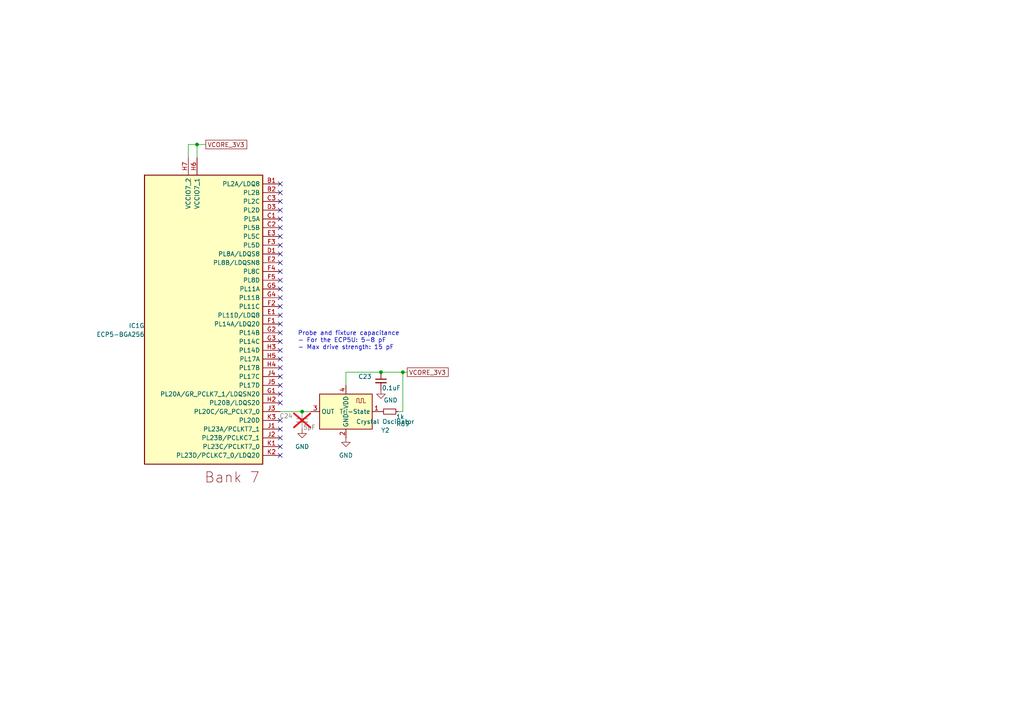
<source format=kicad_sch>
(kicad_sch (version 20250114) (generator "eeschema") (generator_version "9.0")
  (paper "A4")
  (lib_symbols
    (symbol "Device:C_Small" (pin_numbers (hide yes)) (pin_names (offset 0.254) (hide yes))
      (property "Reference" "C" (at 0.254 1.778 0))
      (property "Value" "C_Small" (at 0.254 -2.032 0))
      (symbol "C_Small_0_1"
        (polyline (pts (xy -1.524 0.508) (xy 1.524 0.508)) (stroke (width 0.3048)))
        (polyline (pts (xy -1.524 -0.508) (xy 1.524 -0.508)) (stroke (width 0.3302)))
      )
      (symbol "C_Small_1_1"
        (pin passive line (at 0 2.54 270) (length 2.032) (name "~") (number "1"))
        (pin passive line (at 0 -2.54 90) (length 2.032) (name "~") (number "2"))
      )
    )
    (symbol "Device:R_Small" (pin_numbers (hide yes)) (pin_names (offset 0.254) (hide yes))
      (property "Reference" "R" (at 0 0 90))
      (property "Value" "R_Small" (at 1.778 0 90))
      (symbol "R_Small_0_1"
        (rectangle (start -0.762 1.778) (end 0.762 -1.778) (stroke (width 0.2032)))
      )
      (symbol "R_Small_1_1"
        (pin passive line (at 0 2.54 270) (length 0.762) (name "~") (number "1"))
        (pin passive line (at 0 -2.54 90) (length 0.762) (name "~") (number "2"))
      )
    )
    (symbol "Oscillator:ASCO"
      (property "Reference" "Y" (at -7.62 6.35 0))
      (property "Value" "ASCO" (at 1.27 -6.35 0))
      (symbol "ASCO_0_1"
        (rectangle (start -7.62 5.08) (end 7.62 -5.08) (stroke (width 0.254)) (fill (type background)))
        (polyline (pts (xy -5.715 2.54) (xy -5.08 2.54) (xy -5.08 3.81) (xy -4.445 3.81) (xy -4.445 2.54) (xy -3.81 2.54) (xy -3.81 3.81) (xy -3.175 3.81) (xy -3.175 2.54)))
      )
      (symbol "ASCO_1_1"
        (pin input line (at -10.16 0 0) (length 2.54) (name "Tri-State") (number "1"))
        (pin power_in line (at 0 7.62 270) (length 2.54) (name "VDD") (number "4"))
        (pin power_in line (at 0 -7.62 90) (length 2.54) (name "GND") (number "2"))
        (pin output line (at 10.16 0 180) (length 2.54) (name "OUT") (number "3"))
      )
    )
    (symbol "iw-fpga_mcu:ECP5-BGA256" (pin_names (offset 0.762))
      (property "Reference" "IC" (at 1.27 45.72 0))
      (property "Value" "ECP5-BGA256" (at 1.27 43.18 0))
      (symbol "ECP5-BGA256_1_0"
        (rectangle (start -13.97 35.56) (end 13.97 -35.56) (stroke (width 0.3048)) (fill (type background)))
      )
      (symbol "ECP5-BGA256_1_1"
        (text "FPGA Supplies" (at 0 -39.37 0) (effects (font (size 2.9972 2.9972))))
        (pin power_in line (at -19.05 33.02 0) (length 5.08) (name "VCC_1") (number "G6"))
        (pin power_in line (at -19.05 30.48 0) (length 5.08) (name "VCC_2") (number "G7"))
        (pin power_in line (at -19.05 27.94 0) (length 5.08) (name "VCC_3") (number "G9"))
        (pin power_in line (at -19.05 25.4 0) (length 5.08) (name "VCC_4") (number "L8"))
        (pin power_in line (at -19.05 22.86 0) (length 5.08) (name "VCC_5") (number "L9"))
        (pin power_in line (at -19.05 20.32 0) (length 5.08) (name "VCC_6") (number "L10"))
        (pin power_in line (at -19.05 -30.48 0) (length 5.08) (name "VCCAUX_1") (number "G11"))
        (pin power_in line (at -19.05 -33.02 0) (length 5.08) (name "VCCAUX_2") (number "L7"))
        (pin power_in line (at 19.05 33.02 180) (length 5.08) (name "GND_1") (number "A1"))
        (pin power_in line (at 19.05 30.48 180) (length 5.08) (name "GND_2") (number "A16"))
        (pin power_in line (at 19.05 27.94 180) (length 5.08) (name "GND_3") (number "D2"))
        (pin power_in line (at 19.05 25.4 180) (length 5.08) (name "GND_4") (number "D15"))
        (pin power_in line (at 19.05 22.86 180) (length 5.08) (name "GND_5") (number "F8"))
        (pin power_in line (at 19.05 20.32 180) (length 5.08) (name "GND_6") (number "F9"))
        (pin power_in line (at 19.05 17.78 180) (length 5.08) (name "GND_7") (number "G8"))
        (pin power_in line (at 19.05 15.24 180) (length 5.08) (name "GND_8") (number "G10"))
        (pin power_in line (at 19.05 12.7 180) (length 5.08) (name "GND_9") (number "H1"))
        (pin power_in line (at 19.05 10.16 180) (length 5.08) (name "GND_10") (number "H8"))
        (pin power_in line (at 19.05 7.62 180) (length 5.08) (name "GND_11") (number "H9"))
        (pin power_in line (at 19.05 5.08 180) (length 5.08) (name "GND_12") (number "H10"))
        (pin power_in line (at 19.05 2.54 180) (length 5.08) (name "GND_13") (number "H16"))
        (pin power_in line (at 19.05 0 180) (length 5.08) (name "GND_14") (number "J8"))
        (pin power_in line (at 19.05 -2.54 180) (length 5.08) (name "GND_15") (number "J9"))
        (pin power_in line (at 19.05 -5.08 180) (length 5.08) (name "GND_16") (number "J10"))
        (pin power_in line (at 19.05 -7.62 180) (length 5.08) (name "GND_17") (number "K6"))
        (pin power_in line (at 19.05 -10.16 180) (length 5.08) (name "GND_18") (number "K7"))
        (pin power_in line (at 19.05 -12.7 180) (length 5.08) (name "GND_19") (number "K8"))
        (pin power_in line (at 19.05 -15.24 180) (length 5.08) (name "GND_20") (number "K9"))
        (pin power_in line (at 19.05 -17.78 180) (length 5.08) (name "GND_21") (number "K10"))
        (pin power_in line (at 19.05 -20.32 180) (length 5.08) (name "GND_22") (number "N2"))
        (pin power_in line (at 19.05 -22.86 180) (length 5.08) (name "GND_23") (number "N15"))
        (pin power_in line (at 19.05 -25.4 180) (length 5.08) (name "GND_24") (number "T1"))
        (pin power_in line (at 19.05 -27.94 180) (length 5.08) (name "GND_25") (number "T5"))
        (pin power_in line (at 19.05 -30.48 180) (length 5.08) (name "GND_26") (number "T12"))
        (pin power_in line (at 19.05 -33.02 180) (length 5.08) (name "GND_27") (number "T16"))
      )
      (symbol "ECP5-BGA256_2_1"
        (rectangle (start -19.05 31.75) (end 8.89 -31.75) (stroke (width 0.3048)) (fill (type background)))
        (text "Bank 0" (at 0 -35.56 0) (effects (font (size 2.9972 2.9972))))
        (pin power_in line (at -13.97 36.83 270) (length 5.08) (name "VCCIO0_2") (number "F7"))
        (pin power_in line (at -11.43 36.83 270) (length 5.08) (name "VCCIO0_1") (number "F6"))
        (pin bidirectional line (at 13.97 29.21 180) (length 5.08) (name "PT4A") (number "A2"))
        (pin bidirectional line (at 13.97 26.67 180) (length 5.08) (name "PT4B") (number "B3"))
        (pin bidirectional line (at 13.97 24.13 180) (length 5.08) (name "PT6A") (number "A3"))
        (pin bidirectional line (at 13.97 21.59 180) (length 5.08) (name "PT6B") (number "A4"))
        (pin bidirectional line (at 13.97 19.05 180) (length 5.08) (name "PT9A") (number "E4"))
        (pin bidirectional line (at 13.97 16.51 180) (length 5.08) (name "PT9B") (number "D4"))
        (pin bidirectional line (at 13.97 13.97 180) (length 5.08) (name "PT11A") (number "C4"))
        (pin bidirectional line (at 13.97 11.43 180) (length 5.08) (name "PT11B") (number "B4"))
        (pin bidirectional line (at 13.97 8.89 180) (length 5.08) (name "PT13A") (number "E5"))
        (pin bidirectional line (at 13.97 6.35 180) (length 5.08) (name "PT13B") (number "D5"))
        (pin bidirectional line (at 13.97 3.81 180) (length 5.08) (name "PT15A") (number "C5"))
        (pin bidirectional line (at 13.97 1.27 180) (length 5.08) (name "PT15B") (number "B5"))
        (pin bidirectional line (at 13.97 -1.27 180) (length 5.08) (name "PT18A") (number "A5"))
        (pin bidirectional line (at 13.97 -3.81 180) (length 5.08) (name "PT18B") (number "A6"))
        (pin bidirectional line (at 13.97 -6.35 180) (length 5.08) (name "PT20A") (number "E6"))
        (pin bidirectional line (at 13.97 -8.89 180) (length 5.08) (name "PT20B") (number "D6"))
        (pin bidirectional line (at 13.97 -11.43 180) (length 5.08) (name "PT22A") (number "C6"))
        (pin bidirectional line (at 13.97 -13.97 180) (length 5.08) (name "PT22B") (number "B6"))
        (pin bidirectional line (at 13.97 -16.51 180) (length 5.08) (name "PT24A/GR_PCLK0_1") (number "E7"))
        (pin bidirectional line (at 13.97 -19.05 180) (length 5.08) (name "PT24B/GR_PCLK0_0") (number "D7"))
        (pin bidirectional line (at 13.97 -21.59 180) (length 5.08) (name "PT27A/PCLKT0_1") (number "C7"))
        (pin bidirectional line (at 13.97 -24.13 180) (length 5.08) (name "PT27B/PCLKC0_1") (number "B7"))
        (pin bidirectional line (at 13.97 -26.67 180) (length 5.08) (name "PT29A/PCLKT0_0") (number "A7"))
        (pin bidirectional line (at 13.97 -29.21 180) (length 5.08) (name "PT29B/PCLKC0_0") (number "A8"))
      )
      (symbol "ECP5-BGA256_3_0"
        (rectangle (start -17.78 41.91) (end 8.89 -41.91) (stroke (width 0.3048)) (fill (type background)))
      )
      (symbol "ECP5-BGA256_3_1"
        (text "Bank 1" (at 0 -45.72 0) (effects (font (size 2.9972 2.9972))))
        (pin power_in line (at -13.97 46.99 270) (length 5.08) (name "VCCIO1_2") (number "F11"))
        (pin power_in line (at -11.43 46.99 270) (length 5.08) (name "VCCIO1_1") (number "F10"))
        (pin bidirectional line (at 13.97 39.37 180) (length 5.08) (name "PT33A/PCLKT1_1") (number "E8"))
        (pin bidirectional line (at 13.97 36.83 180) (length 5.08) (name "PT33B/PCLKC1_1") (number "D8"))
        (pin bidirectional line (at 13.97 34.29 180) (length 5.08) (name "PT35A/PCLKT1_0") (number "C8"))
        (pin bidirectional line (at 13.97 31.75 180) (length 5.08) (name "PT35B/PCLKC1_0") (number "B8"))
        (pin bidirectional line (at 13.97 29.21 180) (length 5.08) (name "PT38A/GR_PCLK1_0") (number "B9"))
        (pin bidirectional line (at 13.97 26.67 180) (length 5.08) (name "PT38B/GR_PCLK1_1") (number "C9"))
        (pin bidirectional line (at 13.97 24.13 180) (length 5.08) (name "PT40A") (number "D9"))
        (pin bidirectional line (at 13.97 21.59 180) (length 5.08) (name "PT40B") (number "E9"))
        (pin bidirectional line (at 13.97 19.05 180) (length 5.08) (name "PT42A") (number "A9"))
        (pin bidirectional line (at 13.97 16.51 180) (length 5.08) (name "PT42B") (number "A10"))
        (pin bidirectional line (at 13.97 13.97 180) (length 5.08) (name "PT44A") (number "B10"))
        (pin bidirectional line (at 13.97 11.43 180) (length 5.08) (name "PT44B") (number "C10"))
        (pin bidirectional line (at 13.97 8.89 180) (length 5.08) (name "PT47A") (number "D10"))
        (pin bidirectional line (at 13.97 6.35 180) (length 5.08) (name "PT47B") (number "E10"))
        (pin bidirectional line (at 13.97 3.81 180) (length 5.08) (name "PT49A") (number "B11"))
        (pin bidirectional line (at 13.97 1.27 180) (length 5.08) (name "PT49B") (number "C11"))
        (pin bidirectional line (at 13.97 -1.27 180) (length 5.08) (name "PT51A") (number "D11"))
        (pin bidirectional line (at 13.97 -3.81 180) (length 5.08) (name "PT51B") (number "E11"))
        (pin bidirectional line (at 13.97 -6.35 180) (length 5.08) (name "PT53A") (number "A11"))
        (pin bidirectional line (at 13.97 -8.89 180) (length 5.08) (name "PT53B") (number "A12"))
        (pin bidirectional line (at 13.97 -11.43 180) (length 5.08) (name "PT56A") (number "B12"))
        (pin bidirectional line (at 13.97 -13.97 180) (length 5.08) (name "PT56B") (number "C12"))
        (pin bidirectional line (at 13.97 -16.51 180) (length 5.08) (name "PT58A") (number "D12"))
        (pin bidirectional line (at 13.97 -19.05 180) (length 5.08) (name "PT58B") (number "E12"))
        (pin bidirectional line (at 13.97 -21.59 180) (length 5.08) (name "PT60A") (number "B13"))
        (pin bidirectional line (at 13.97 -24.13 180) (length 5.08) (name "PT60B") (number "C13"))
        (pin bidirectional line (at 13.97 -26.67 180) (length 5.08) (name "PT62A") (number "D13"))
        (pin bidirectional line (at 13.97 -29.21 180) (length 5.08) (name "PT62B") (number "E13"))
        (pin bidirectional line (at 13.97 -31.75 180) (length 5.08) (name "PT65A") (number "A13"))
        (pin bidirectional line (at 13.97 -34.29 180) (length 5.08) (name "PT65B") (number "A14"))
        (pin bidirectional line (at 13.97 -36.83 180) (length 5.08) (name "PT67A") (number "B14"))
        (pin bidirectional line (at 13.97 -39.37 180) (length 5.08) (name "PT67B") (number "A15"))
      )
      (symbol "ECP5-BGA256_4_1"
        (rectangle (start -17.78 41.91) (end 8.89 -41.91) (stroke (width 0.3048)) (fill (type background)))
        (text "Bank 2" (at 0 -45.72 0) (effects (font (size 2.9972 2.9972))))
        (pin power_in line (at -11.43 46.99 270) (length 5.08) (name "VCCIO2_1") (number "H11"))
        (pin power_in line (at -8.89 46.99 270) (length 5.08) (name "VCCIO2_2") (number "J11"))
        (pin bidirectional line (at 13.97 39.37 180) (length 5.08) (name "PR2A/RDQ8") (number "B16"))
        (pin bidirectional line (at 13.97 36.83 180) (length 5.08) (name "PR2B/S0_IN") (number "B15"))
        (pin bidirectional line (at 13.97 34.29 180) (length 5.08) (name "PR2C") (number "C14"))
        (pin bidirectional line (at 13.97 31.75 180) (length 5.08) (name "PR2D") (number "D14"))
        (pin bidirectional line (at 13.97 29.21 180) (length 5.08) (name "PR5A") (number "C16"))
        (pin bidirectional line (at 13.97 26.67 180) (length 5.08) (name "PR5B") (number "C15"))
        (pin bidirectional line (at 13.97 24.13 180) (length 5.08) (name "PR5C") (number "E14"))
        (pin bidirectional line (at 13.97 21.59 180) (length 5.08) (name "PR5D") (number "F14"))
        (pin bidirectional line (at 13.97 19.05 180) (length 5.08) (name "PR8A/RDQS8") (number "D16"))
        (pin bidirectional line (at 13.97 16.51 180) (length 5.08) (name "PR8B/RDQSN8") (number "E15"))
        (pin bidirectional line (at 13.97 13.97 180) (length 5.08) (name "PR8C") (number "F13"))
        (pin bidirectional line (at 13.97 11.43 180) (length 5.08) (name "PR8D") (number "F12"))
        (pin bidirectional line (at 13.97 8.89 180) (length 5.08) (name "PR11A") (number "G12"))
        (pin bidirectional line (at 13.97 6.35 180) (length 5.08) (name "PR11B") (number "G13"))
        (pin bidirectional line (at 13.97 3.81 180) (length 5.08) (name "PR11C") (number "F15"))
        (pin bidirectional line (at 13.97 1.27 180) (length 5.08) (name "PR11D/RDQ8") (number "E16"))
        (pin bidirectional line (at 13.97 -1.27 180) (length 5.08) (name "PR14A/RDQ20") (number "F16"))
        (pin bidirectional line (at 13.97 -3.81 180) (length 5.08) (name "PR14B") (number "G15"))
        (pin bidirectional line (at 13.97 -6.35 180) (length 5.08) (name "PR14C/VREF1_2") (number "G14"))
        (pin bidirectional line (at 13.97 -8.89 180) (length 5.08) (name "PR14D") (number "H14"))
        (pin bidirectional line (at 13.97 -11.43 180) (length 5.08) (name "PR17A") (number "H12"))
        (pin bidirectional line (at 13.97 -13.97 180) (length 5.08) (name "PR17B") (number "H13"))
        (pin bidirectional line (at 13.97 -16.51 180) (length 5.08) (name "PR17C") (number "J13"))
        (pin bidirectional line (at 13.97 -19.05 180) (length 5.08) (name "PR17D") (number "J12"))
        (pin bidirectional line (at 13.97 -21.59 180) (length 5.08) (name "PR20A/RDQS20") (number "G16"))
        (pin bidirectional line (at 13.97 -24.13 180) (length 5.08) (name "PR20B/RDQSN20") (number "H15"))
        (pin bidirectional line (at 13.97 -26.67 180) (length 5.08) (name "PR20C/GR_PCLK2_1") (number "J14"))
        (pin bidirectional line (at 13.97 -29.21 180) (length 5.08) (name "PR20D/GR_PCLK2_0") (number "K14"))
        (pin bidirectional line (at 13.97 -31.75 180) (length 5.08) (name "PR23A/PCLKT2_1") (number "J16"))
        (pin bidirectional line (at 13.97 -34.29 180) (length 5.08) (name "PR23B/PCLKC2_1") (number "J15"))
        (pin bidirectional line (at 13.97 -36.83 180) (length 5.08) (name "PR23C/PCLKT2_0") (number "K16"))
        (pin bidirectional line (at 13.97 -39.37 180) (length 5.08) (name "PR23D/PCLKC2_0/RDQ20") (number "K15"))
      )
      (symbol "ECP5-BGA256_5_0"
        (rectangle (start -26.67 41.91) (end 8.89 -41.91) (stroke (width 0.3048)) (fill (type background)))
      )
      (symbol "ECP5-BGA256_5_1"
        (text "Bank 3" (at 0 -45.72 0) (effects (font (size 2.9972 2.9972))))
        (pin power_in line (at -22.86 46.99 270) (length 5.08) (name "VCCIO3_1") (number "K11"))
        (pin power_in line (at -20.32 46.99 270) (length 5.08) (name "VCCIO3_2") (number "L11"))
        (pin bidirectional line (at 13.97 39.37 180) (length 5.08) (name "PR26A/PCLKT3_1/RDQ32") (number "L16"))
        (pin bidirectional line (at 13.97 36.83 180) (length 5.08) (name "PR26B/PCLKC3_1") (number "L15"))
        (pin bidirectional line (at 13.97 34.29 180) (length 5.08) (name "PR26C/PCLKT3_0") (number "M16"))
        (pin bidirectional line (at 13.97 31.75 180) (length 5.08) (name "PR26D/PCLKC3_0") (number "M15"))
        (pin bidirectional line (at 13.97 29.21 180) (length 5.08) (name "PR29A/GR_PCLK3_0") (number "K13"))
        (pin bidirectional line (at 13.97 26.67 180) (length 5.08) (name "PR29B") (number "K12"))
        (pin bidirectional line (at 13.97 24.13 180) (length 5.08) (name "PR29C/GR_PCLK3_1") (number "L13"))
        (pin bidirectional line (at 13.97 21.59 180) (length 5.08) (name "PR29D") (number "L12"))
        (pin bidirectional line (at 13.97 19.05 180) (length 5.08) (name "PR32A/RDQS32") (number "N16"))
        (pin bidirectional line (at 13.97 16.51 180) (length 5.08) (name "PR32B/RDQSN32") (number "P15"))
        (pin bidirectional line (at 13.97 13.97 180) (length 5.08) (name "PR32C") (number "L14"))
        (pin bidirectional line (at 13.97 11.43 180) (length 5.08) (name "PR32D") (number "M14"))
        (pin bidirectional line (at 13.97 8.89 180) (length 5.08) (name "PR35A") (number "P16"))
        (pin bidirectional line (at 13.97 6.35 180) (length 5.08) (name "PR35B/VREF1_3") (number "R16"))
        (pin bidirectional line (at 13.97 3.81 180) (length 5.08) (name "PR35C") (number "M13"))
        (pin bidirectional line (at 13.97 1.27 180) (length 5.08) (name "PR35D/RDQ32") (number "N14"))
        (pin bidirectional line (at 13.97 -1.27 180) (length 5.08) (name "PR38A/RDQ44") (number "N13"))
        (pin bidirectional line (at 13.97 -3.81 180) (length 5.08) (name "PR38B") (number "P14"))
        (pin bidirectional line (at 13.97 -6.35 180) (length 5.08) (name "PR38C") (number "R15"))
        (pin bidirectional line (at 13.97 -8.89 180) (length 5.08) (name "PR38D") (number "T15"))
        (pin bidirectional line (at 13.97 -11.43 180) (length 5.08) (name "PR41A") (number "P13"))
        (pin bidirectional line (at 13.97 -13.97 180) (length 5.08) (name "PR41B") (number "R14"))
        (pin bidirectional line (at 13.97 -16.51 180) (length 5.08) (name "PR41C") (number "R13"))
        (pin bidirectional line (at 13.97 -19.05 180) (length 5.08) (name "PR41D") (number "T14"))
        (pin bidirectional line (at 13.97 -21.59 180) (length 5.08) (name "PR44A/RDQS44") (number "R12"))
        (pin bidirectional line (at 13.97 -24.13 180) (length 5.08) (name "PR44B/RDQSN44") (number "T13"))
        (pin bidirectional line (at 13.97 -26.67 180) (length 5.08) (name "PR44C") (number "M12"))
        (pin bidirectional line (at 13.97 -29.21 180) (length 5.08) (name "PR44D") (number "N12"))
        (pin bidirectional line (at 13.97 -31.75 180) (length 5.08) (name "PR47A") (number "M11"))
        (pin bidirectional line (at 13.97 -34.29 180) (length 5.08) (name "PR47B") (number "N11"))
        (pin bidirectional line (at 13.97 -36.83 180) (length 5.08) (name "PR47C/LRC_GPLL0T_IN") (number "P11"))
        (pin bidirectional line (at 13.97 -39.37 180) (length 5.08) (name "PR47D/LRC_GPLL0C_IN/RDQ44") (number "P12"))
      )
      (symbol "ECP5-BGA256_6_1"
        (rectangle (start -20.32 41.91) (end 8.89 -41.91) (stroke (width 0.3048)) (fill (type background)))
        (text "Bank 6" (at 0 -45.72 0) (effects (font (size 2.9972 2.9972))))
        (pin power_in line (at -13.97 46.99 270) (length 5.08) (name "VCCIO6_1") (number "J6"))
        (pin power_in line (at -11.43 46.99 270) (length 5.08) (name "VCCIO6_2") (number "J7"))
        (pin bidirectional line (at 13.97 39.37 180) (length 5.08) (name "PL26A/LDQ32/PCLKT6_1") (number "L1"))
        (pin bidirectional line (at 13.97 36.83 180) (length 5.08) (name "PL26B/PCLKC6_1") (number "L2"))
        (pin bidirectional line (at 13.97 34.29 180) (length 5.08) (name "PL26C/PCLKT6_0") (number "M1"))
        (pin bidirectional line (at 13.97 31.75 180) (length 5.08) (name "PL26D/PCLKC6_0") (number "M2"))
        (pin bidirectional line (at 13.97 29.21 180) (length 5.08) (name "PL29A/GR_PCLK6_0") (number "K4"))
        (pin bidirectional line (at 13.97 26.67 180) (length 5.08) (name "PL29B") (number "K5"))
        (pin bidirectional line (at 13.97 24.13 180) (length 5.08) (name "PL29C/PL29C") (number "L4"))
        (pin bidirectional line (at 13.97 21.59 180) (length 5.08) (name "PL29D") (number "L5"))
        (pin bidirectional line (at 13.97 19.05 180) (length 5.08) (name "PL32A/LDQS32") (number "N1"))
        (pin bidirectional line (at 13.97 16.51 180) (length 5.08) (name "PL32B/LDQSN32") (number "P2"))
        (pin bidirectional line (at 13.97 13.97 180) (length 5.08) (name "PL32C") (number "L3"))
        (pin bidirectional line (at 13.97 11.43 180) (length 5.08) (name "PL32D") (number "M3"))
        (pin bidirectional line (at 13.97 8.89 180) (length 5.08) (name "PL35A") (number "P1"))
        (pin bidirectional line (at 13.97 6.35 180) (length 5.08) (name "PL35B/VREF1_6") (number "R1"))
        (pin bidirectional line (at 13.97 3.81 180) (length 5.08) (name "PL35C") (number "M4"))
        (pin bidirectional line (at 13.97 1.27 180) (length 5.08) (name "PL35D") (number "N3"))
        (pin bidirectional line (at 13.97 -1.27 180) (length 5.08) (name "PL38A/LDQ44") (number "N4"))
        (pin bidirectional line (at 13.97 -3.81 180) (length 5.08) (name "PL38B") (number "P3"))
        (pin bidirectional line (at 13.97 -6.35 180) (length 5.08) (name "PL38C") (number "R2"))
        (pin bidirectional line (at 13.97 -8.89 180) (length 5.08) (name "PL38D") (number "T2"))
        (pin bidirectional line (at 13.97 -11.43 180) (length 5.08) (name "PL44A/LDQS44") (number "R5"))
        (pin bidirectional line (at 13.97 -13.97 180) (length 5.08) (name "PL44B/LDQSN44") (number "T4"))
        (pin bidirectional line (at 13.97 -16.51 180) (length 5.08) (name "PL44C") (number "M5"))
        (pin bidirectional line (at 13.97 -19.05 180) (length 5.08) (name "PL44D") (number "N5"))
        (pin bidirectional line (at 13.97 -21.59 180) (length 5.08) (name "PL41A") (number "P4"))
        (pin bidirectional line (at 13.97 -24.13 180) (length 5.08) (name "PL41B") (number "R3"))
        (pin bidirectional line (at 13.97 -26.67 180) (length 5.08) (name "PL41C") (number "R4"))
        (pin bidirectional line (at 13.97 -29.21 180) (length 5.08) (name "PL41D") (number "T3"))
        (pin bidirectional line (at 13.97 -31.75 180) (length 5.08) (name "PL47A") (number "M6"))
        (pin bidirectional line (at 13.97 -34.29 180) (length 5.08) (name "PL47B") (number "N6"))
        (pin bidirectional line (at 13.97 -36.83 180) (length 5.08) (name "PL47D/LLC_GPLL0C_IN") (number "P5"))
        (pin bidirectional line (at 13.97 -39.37 180) (length 5.08) (name "PL47C/LLC_GPLL0T_IN") (number "P6"))
      )
      (symbol "ECP5-BGA256_7_1"
        (rectangle (start -25.4 41.91) (end 8.89 -41.91) (stroke (width 0.3048)) (fill (type background)))
        (text "Bank 7" (at 0 -45.72 0) (effects (font (size 2.9972 2.9972))))
        (pin power_in line (at -12.7 46.99 270) (length 5.08) (name "VCCIO7_2") (number "H7"))
        (pin power_in line (at -10.16 46.99 270) (length 5.08) (name "VCCIO7_1") (number "H6"))
        (pin bidirectional line (at 13.97 39.37 180) (length 5.08) (name "PL2A/LDQ8") (number "B1"))
        (pin bidirectional line (at 13.97 36.83 180) (length 5.08) (name "PL2B") (number "B2"))
        (pin bidirectional line (at 13.97 34.29 180) (length 5.08) (name "PL2C") (number "C3"))
        (pin bidirectional line (at 13.97 31.75 180) (length 5.08) (name "PL2D") (number "D3"))
        (pin bidirectional line (at 13.97 29.21 180) (length 5.08) (name "PL5A") (number "C1"))
        (pin bidirectional line (at 13.97 26.67 180) (length 5.08) (name "PL5B") (number "C2"))
        (pin bidirectional line (at 13.97 24.13 180) (length 5.08) (name "PL5C") (number "E3"))
        (pin bidirectional line (at 13.97 21.59 180) (length 5.08) (name "PL5D") (number "F3"))
        (pin bidirectional line (at 13.97 19.05 180) (length 5.08) (name "PL8A/LDQS8") (number "D1"))
        (pin bidirectional line (at 13.97 16.51 180) (length 5.08) (name "PL8B/LDQSN8") (number "E2"))
        (pin bidirectional line (at 13.97 13.97 180) (length 5.08) (name "PL8C") (number "F4"))
        (pin bidirectional line (at 13.97 11.43 180) (length 5.08) (name "PL8D") (number "F5"))
        (pin bidirectional line (at 13.97 8.89 180) (length 5.08) (name "PL11A") (number "G5"))
        (pin bidirectional line (at 13.97 6.35 180) (length 5.08) (name "PL11B") (number "G4"))
        (pin bidirectional line (at 13.97 3.81 180) (length 5.08) (name "PL11C") (number "F2"))
        (pin bidirectional line (at 13.97 1.27 180) (length 5.08) (name "PL11D/LDQ8") (number "E1"))
        (pin bidirectional line (at 13.97 -1.27 180) (length 5.08) (name "PL14A/LDQ20") (number "F1"))
        (pin bidirectional line (at 13.97 -3.81 180) (length 5.08) (name "PL14B") (number "G2"))
        (pin bidirectional line (at 13.97 -6.35 180) (length 5.08) (name "PL14C") (number "G3"))
        (pin bidirectional line (at 13.97 -8.89 180) (length 5.08) (name "PL14D") (number "H3"))
        (pin bidirectional line (at 13.97 -11.43 180) (length 5.08) (name "PL17A") (number "H5"))
        (pin bidirectional line (at 13.97 -13.97 180) (length 5.08) (name "PL17B") (number "H4"))
        (pin bidirectional line (at 13.97 -16.51 180) (length 5.08) (name "PL17C") (number "J4"))
        (pin bidirectional line (at 13.97 -19.05 180) (length 5.08) (name "PL17D") (number "J5"))
        (pin bidirectional line (at 13.97 -21.59 180) (length 5.08) (name "PL20A/GR_PCLK7_1/LDQSN20") (number "G1"))
        (pin bidirectional line (at 13.97 -24.13 180) (length 5.08) (name "PL20B/LDQS20") (number "H2"))
        (pin bidirectional line (at 13.97 -26.67 180) (length 5.08) (name "PL20C/GR_PCLK7_0") (number "J3"))
        (pin bidirectional line (at 13.97 -29.21 180) (length 5.08) (name "PL20D") (number "K3"))
        (pin bidirectional line (at 13.97 -31.75 180) (length 5.08) (name "PL23A/PCLKT7_1") (number "J1"))
        (pin bidirectional line (at 13.97 -34.29 180) (length 5.08) (name "PL23B/PCLKC7_1") (number "J2"))
        (pin bidirectional line (at 13.97 -36.83 180) (length 5.08) (name "PL23C/PCLKT7_0") (number "K1"))
        (pin bidirectional line (at 13.97 -39.37 180) (length 5.08) (name "PL23D/PCLKC7_0/LDQ20") (number "K2"))
      )
      (symbol "ECP5-BGA256_8_0"
        (text "Bank 8 (Config)" (at 0 -43.18 0) (effects (font (size 2.9972 2.9972))))
      )
      (symbol "ECP5-BGA256_8_1"
        (rectangle (start -15.24 39.37) (end 15.24 -39.37) (stroke (width 0.3048)) (fill (type background)))
        (pin power_in line (at -10.16 44.45 270) (length 5.08) (name "VCCIO8") (number "L6"))
        (pin bidirectional line (at 20.32 36.83 180) (length 5.08) (name "D7/PB4A") (number "T6"))
        (pin bidirectional line (at 20.32 34.29 180) (length 5.08) (name "D6/PB4B") (number "R6"))
        (pin bidirectional line (at 20.32 31.75 180) (length 5.08) (name "D5/MISO2/IO5/PB6A") (number "R7"))
        (pin bidirectional line (at 20.32 29.21 180) (length 5.08) (name "D4/MOSI2/IO4/PB6B") (number "P7"))
        (pin bidirectional line (at 20.32 26.67 180) (length 5.08) (name "D3/IO3/PB9A") (number "N7"))
        (pin bidirectional line (at 20.32 24.13 180) (length 5.08) (name "D2/IO2/PB9B") (number "M7"))
        (pin bidirectional line (at 20.32 21.59 180) (length 5.08) (name "D1/POCI/IO1/PB11A") (number "T7"))
        (pin bidirectional line (at 20.32 19.05 180) (length 5.08) (name "D0/PICO/IO0/PB11B") (number "T8"))
        (pin bidirectional line (at 20.32 16.51 180) (length 5.08) (name "~{CS}/~{S}/PB13A") (number "R8"))
        (pin bidirectional line (at 20.32 13.97 180) (length 5.08) (name "~{CS1}/PB13B") (number "P8"))
        (pin bidirectional line (at 20.32 11.43 180) (length 5.08) (name "~{HOLD}/DI/BUSY/~{CSSPI}/PB15A") (number "N8"))
        (pin bidirectional line (at 20.32 8.89 180) (length 5.08) (name "DOUT/~{CSO}/PB15B") (number "M8"))
        (pin bidirectional line (at 20.32 6.35 180) (length 5.08) (name "~{WRITE}/PB18A") (number "M9"))
        (pin input line (at 20.32 -1.27 180) (length 5.08) (name "TMS") (number "T11"))
        (pin input line (at 20.32 -3.81 180) (length 5.08) (name "TCK") (number "T10"))
        (pin input line (at 20.32 -6.35 180) (length 5.08) (name "TDI") (number "R11"))
        (pin output line (at 20.32 -8.89 180) (length 5.08) (name "TDO") (number "M10"))
        (pin bidirectional line (at 20.32 -15.24 180) (length 5.08) (name "MCLK/SCK/CCLK") (number "N9"))
        (pin input line (at 20.32 -20.32 180) (length 5.08) (name "CFG0") (number "N10"))
        (pin input line (at 20.32 -22.86 180) (length 5.08) (name "CFG1") (number "P10"))
        (pin input line (at 20.32 -25.4 180) (length 5.08) (name "CFG2") (number "R10"))
        (pin bidirectional line (at 20.32 -31.75 180) (length 5.08) (name "DONE") (number "P9"))
        (pin bidirectional line (at 20.32 -34.29 180) (length 5.08) (name "~{INIT}") (number "T9"))
        (pin bidirectional line (at 20.32 -36.83 180) (length 5.08) (name "~{PROGRAM}") (number "R9"))
      )
    )
    (symbol "power:GND" (power) (pin_numbers (hide yes)) (pin_names (offset 0) (hide yes))
      (property "Value" "GND" (at 0 -3.81 0))
      (symbol "GND_0_1"
        (polyline (pts (xy 0 0) (xy 0 -1.27) (xy 1.27 -1.27) (xy 0 -2.54) (xy -1.27 -1.27) (xy 0 -1.27)))
      )
      (symbol "GND_1_1"
        (pin power_in line (at 0 0 270) (length 0) (name "~") (number "1"))
      )
    )
  )
  (text "Probe and fixture capacitance\n- For the ECP5U: 5-8 pF\n- Max drive strength: 15 pF" (at 86.36 98.806 0) (effects (font (size 1.27 1.27) (thickness 0.1588)) (justify left)))
  (junction (at 116.84 107.95))
  (junction (at 87.63 119.38))
  (junction (at 110.49 107.95))
  (junction (at 57.15 41.91))
  (no_connect (at 81.28 129.54))
  (no_connect (at 81.28 88.9))
  (no_connect (at 81.28 132.08))
  (no_connect (at 81.28 104.14))
  (no_connect (at 81.28 76.2))
  (no_connect (at 81.28 68.58))
  (no_connect (at 81.28 114.3))
  (no_connect (at 81.28 86.36))
  (no_connect (at 81.28 109.22))
  (no_connect (at 81.28 124.46))
  (no_connect (at 81.28 66.04))
  (no_connect (at 81.28 116.84))
  (no_connect (at 81.28 111.76))
  (no_connect (at 81.28 55.88))
  (no_connect (at 81.28 58.42))
  (no_connect (at 81.28 99.06))
  (no_connect (at 81.28 78.74))
  (no_connect (at 81.28 73.66))
  (no_connect (at 81.28 121.92))
  (no_connect (at 81.28 93.98))
  (no_connect (at 81.28 53.34))
  (no_connect (at 81.28 106.68))
  (no_connect (at 81.28 83.82))
  (no_connect (at 81.28 71.12))
  (no_connect (at 81.28 81.28))
  (no_connect (at 81.28 127))
  (no_connect (at 81.28 101.6))
  (no_connect (at 81.28 60.96))
  (no_connect (at 81.28 91.44))
  (no_connect (at 81.28 96.52))
  (no_connect (at 81.28 63.5))
  (wire (pts (xy 100.33 111.76) (xy 100.33 107.95)))
  (wire (pts (xy 100.33 107.95) (xy 110.49 107.95)))
  (wire (pts (xy 81.28 119.38) (xy 87.63 119.38)))
  (wire (pts (xy 87.63 119.38) (xy 90.17 119.38)))
  (wire (pts (xy 116.84 107.95) (xy 116.84 119.38)))
  (wire (pts (xy 110.49 107.95) (xy 116.84 107.95)))
  (wire (pts (xy 116.84 119.38) (xy 115.57 119.38)))
  (wire (pts (xy 116.84 107.95) (xy 118.11 107.95)))
  (wire (pts (xy 57.15 41.91) (xy 57.15 45.72)))
  (wire (pts (xy 54.61 41.91) (xy 57.15 41.91)))
  (wire (pts (xy 59.69 41.91) (xy 57.15 41.91)))
  (wire (pts (xy 54.61 45.72) (xy 54.61 41.91)))
  (global_label "VCORE_3V3" (shape passive) (at 59.69 41.91 0) (property "Intersheetrefs" "${INTERSHEET_REFS}" (effects (hide yes))))
  (global_label "VCORE_3V3" (shape passive) (at 118.11 107.95 0) (property "Intersheetrefs" "${INTERSHEET_REFS}" (effects (hide yes))))
  (symbol (lib_id "Oscillator:ASCO") (at 100.33 119.38 0) (mirror y) (unit 1)
    (property "Reference" "Y2" (at 111.76 124.8254 0))
    (property "Value" "Crystal Oscillator" (at 111.76 122.2854 0))
    (property "Footprint" "Crystal:Crystal_SMD_3225-4Pin_3.2x2.5mm" (effects (hide yes)))
    (property "Datasheet" "https://abracon.com/Oscillators/ASCO.pdf" (effects (hide yes)))
    (property "Description" "Crystal Clock Oscillator, Abracon ASCO" (effects (hide yes)))
    (property "LPN" "C496694" (effects (hide yes)))
    (property "MPN" "O93225100MEDA4SI-13" (effects (hide yes)))
  )
  (symbol (lib_id "Device:C_Small") (at 110.49 110.49 0) (unit 1)
    (property "Reference" "C23" (at 103.886 109.22 0) (effects (justify left)))
    (property "Value" "0.1uF" (at 110.744 112.522 0) (effects (justify left)))
    (property "Footprint" "Capacitor_SMD:C_0402_1005Metric" (effects (hide yes)))
    (property "Description" "Unpolarized capacitor, small symbol" (effects (hide yes)))
    (property "LPN" "C307331" (effects (hide yes)))
    (property "MPN" "CL05B104KB54PNC" (effects (hide yes)))
  )
  (symbol (lib_id "Device:R_Small") (at 113.03 119.38 270) (unit 1)
    (property "Reference" "R69" (at 116.84 122.936 90))
    (property "Value" "1k" (at 116.078 120.904 90))
    (property "Footprint" "Resistor_SMD:R_0603_1608Metric" (effects (hide yes)))
    (property "Datasheet" "https://jlcpcb.com/api/file/downloadByFileSystemAccessId/8579706098733010944" (effects (hide yes)))
    (property "Description" "Resistor, small symbol" (effects (hide yes)))
    (property "LPN" "0603WAF1001T5E " (effects (hide yes)))
    (property "MPN" "C21190" (effects (hide yes)))
  )
  (symbol (lib_id "power:GND") (at 100.33 127 0) (unit 1)
    (property "Reference" "#PWR090" (effects (hide yes)))
    (property "Value" "GND" (at 100.33 132.08 0))
    (property "Description" "Power symbol creates a global label with name \"GND\" , ground" (effects (hide yes)))
  )
  (symbol (lib_id "power:GND") (at 110.49 113.03 0) (unit 1)
    (property "Reference" "#PWR0115" (effects (hide yes)))
    (property "Value" "GND" (at 113.284 116.078 0))
    (property "Description" "Power symbol creates a global label with name \"GND\" , ground" (effects (hide yes)))
  )
  (symbol (lib_id "Device:C_Small") (at 87.63 121.92 0) (unit 1) (in_bom no) (dnp yes)
    (property "Reference" "C24" (at 81.026 120.65 0) (effects (justify left)))
    (property "Value" "5pF" (at 87.884 123.952 0) (effects (justify left)))
    (property "Footprint" "Capacitor_SMD:C_0603_1608Metric" (effects (hide yes)))
    (property "Description" "Unpolarized capacitor, small symbol" (effects (hide yes)))
  )
  (symbol (lib_id "power:GND") (at 87.63 124.46 0) (unit 1)
    (property "Reference" "#PWR0116" (effects (hide yes)))
    (property "Value" "GND" (at 87.63 129.54 0))
    (property "Description" "Power symbol creates a global label with name \"GND\" , ground" (effects (hide yes)))
  )
  (symbol (lib_id "iw-fpga_mcu:ECP5-BGA256") (at 67.31 92.71 0) (unit 7)
    (property "Reference" "IC1" (at 41.91 94.4742 0) (effects (justify right)))
    (property "Value" "ECP5-BGA256" (at 41.91 97.0142 0) (effects (justify right)))
    (property "Footprint" "iw-fpga_mcu:BGA256C80P16X16_1400X1400X170" (effects (hide yes)))
    (property "Datasheet" "https://jlcpcb.com/api/file/downloadByFileSystemAccessId/8588918730680111104" (effects (hide yes)))
    (property "Description" "FPGA - Field Programmable Gate Array ECP5; 12k LUTs; 1.1V" (effects (hide yes)))
    (property "Manufacturer" "Lattice" (effects (hide yes)))
    (property "LPN" "C1521614" (effects (hide yes)))
    (property "MPN" "LFE5U-25F-6BG256C " (effects (hide yes)))
  )
)
</source>
